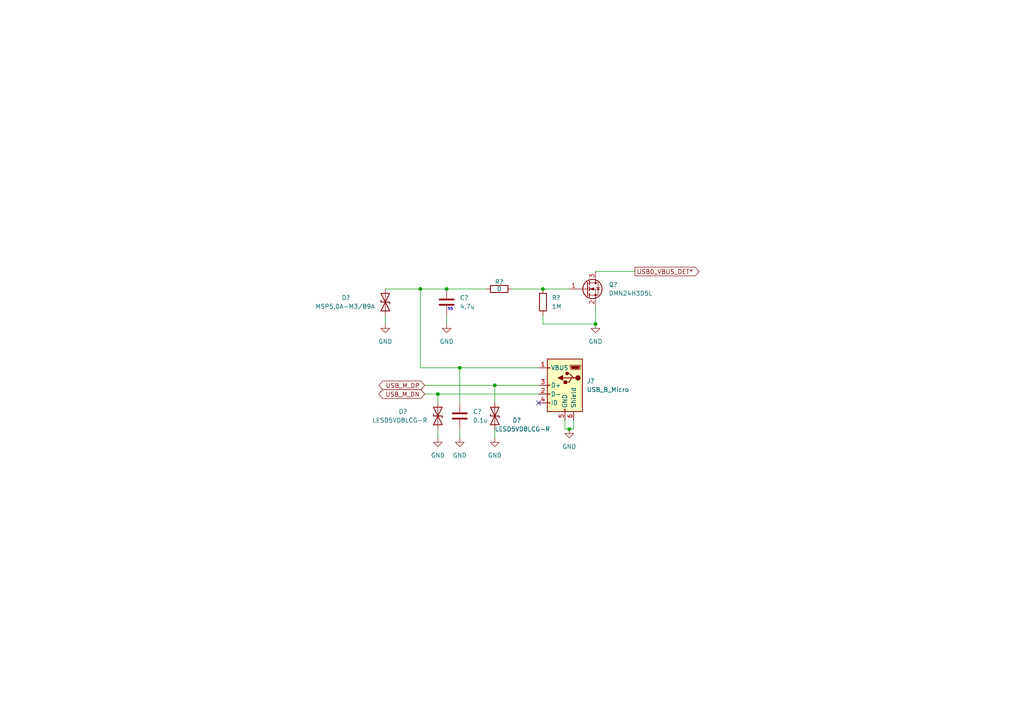
<source format=kicad_sch>
(kicad_sch (version 20211123) (generator eeschema)
  (paper "A4")
  (title_block (title "Micro USB (DEVICE MODE ONLY)") (date "2022-09-18") (rev "1.0"))
  (lib_symbols
    (symbol "Connector:USB_B_Micro" (pin_names (offset 1.016))
      (property "Reference" "J" (at -5.08 11.43 0))
      (property "Value" "USB_B_Micro" (at -5.08 8.89 0))
      (symbol "USB_B_Micro_0_1"
        (rectangle (start -5.08 -7.62) (end 5.08 7.62) (stroke (width 0.254)) (fill (type background)))
        (circle (center -3.81 2.159) (radius 0.635) (stroke (width 0.254)) (fill (type outline)))
        (circle (center -0.635 3.429) (radius 0.381) (stroke (width 0.254)) (fill (type outline)))
        (rectangle (start -0.127 -7.62) (end 0.127 -6.858))
        (polyline (pts (xy -1.905 2.159) (xy 0.635 2.159)) (stroke (width 0.254)))
        (polyline (pts (xy -3.175 2.159) (xy -2.54 2.159) (xy -1.27 3.429) (xy -0.635 3.429)) (stroke (width 0.254)))
        (polyline (pts (xy -2.54 2.159) (xy -1.905 2.159) (xy -1.27 0.889) (xy 0 0.889)) (stroke (width 0.254)))
        (polyline (pts (xy 0.635 2.794) (xy 0.635 1.524) (xy 1.905 2.159) (xy 0.635 2.794)) (stroke (width 0.254)) (fill (type outline)))
        (polyline (pts (xy -4.318 5.588) (xy -1.778 5.588) (xy -2.032 4.826) (xy -4.064 4.826) (xy -4.318 5.588)) (fill (type outline)))
        (polyline (pts (xy -4.699 5.842) (xy -4.699 5.588) (xy -4.445 4.826) (xy -4.445 4.572) (xy -1.651 4.572) (xy -1.651 4.826) (xy -1.397 5.588) (xy -1.397 5.842) (xy -4.699 5.842)))
        (rectangle (start 0.254 1.27) (end -0.508 0.508) (stroke (width 0.254)) (fill (type outline)))
        (rectangle (start 5.08 -5.207) (end 4.318 -4.953))
        (rectangle (start 5.08 -2.667) (end 4.318 -2.413))
        (rectangle (start 5.08 -0.127) (end 4.318 0.127))
        (rectangle (start 5.08 4.953) (end 4.318 5.207))
      )
      (symbol "USB_B_Micro_1_1"
        (pin power_out line (at 7.62 5.08 180) (length 2.54) (name "VBUS") (number "1"))
        (pin bidirectional line (at 7.62 -2.54 180) (length 2.54) (name "D-") (number "2"))
        (pin bidirectional line (at 7.62 0 180) (length 2.54) (name "D+") (number "3"))
        (pin passive line (at 7.62 -5.08 180) (length 2.54) (name "ID") (number "4"))
        (pin power_out line (at 0 -10.16 90) (length 2.54) (name "GND") (number "5"))
        (pin passive line (at -2.54 -10.16 90) (length 2.54) (name "Shield") (number "6"))
      )
    )
    (symbol "Device:C" (pin_numbers hide) (pin_names (offset 0.254))
      (property "Reference" "C" (at 0.635 2.54 0))
      (property "Value" "C" (at 0.635 -2.54 0))
      (symbol "C_0_1"
        (polyline (pts (xy -2.032 -0.762) (xy 2.032 -0.762)) (stroke (width 0.508)))
        (polyline (pts (xy -2.032 0.762) (xy 2.032 0.762)) (stroke (width 0.508)))
      )
      (symbol "C_1_1"
        (pin passive line (at 0 3.81 270) (length 2.794) (name "~") (number "1"))
        (pin passive line (at 0 -3.81 90) (length 2.794) (name "~") (number "2"))
      )
    )
    (symbol "Device:D_TVS" (pin_numbers hide) (pin_names (offset 1.016) hide)
      (property "Reference" "D" (at 0 2.54 0))
      (property "Value" "D_TVS" (at 0 -2.54 0))
      (symbol "D_TVS_0_1"
        (polyline (pts (xy 1.27 0) (xy -1.27 0)))
        (polyline (pts (xy 0.508 1.27) (xy 0 1.27) (xy 0 -1.27) (xy -0.508 -1.27)) (stroke (width 0.254)))
        (polyline (pts (xy -2.54 1.27) (xy -2.54 -1.27) (xy 2.54 1.27) (xy 2.54 -1.27) (xy -2.54 1.27)) (stroke (width 0.254)))
      )
      (symbol "D_TVS_1_1"
        (pin passive line (at -3.81 0 0) (length 2.54) (name "A1") (number "1"))
        (pin passive line (at 3.81 0 180) (length 2.54) (name "A2") (number "2"))
      )
    )
    (symbol "Device:R" (pin_numbers hide) (pin_names (offset 0))
      (property "Reference" "R" (at 2.032 0 90))
      (property "Value" "R" (at 0 0 90))
      (symbol "R_0_1"
        (rectangle (start -1.016 -2.54) (end 1.016 2.54) (stroke (width 0.254)))
      )
      (symbol "R_1_1"
        (pin passive line (at 0 3.81 270) (length 1.27) (name "~") (number "1"))
        (pin passive line (at 0 -3.81 90) (length 1.27) (name "~") (number "2"))
      )
    )
    (symbol "Transistor_FET:DMN24H3D5L" (pin_names hide)
      (property "Reference" "Q" (at 5.08 1.905 0))
      (property "Value" "DMN24H3D5L" (at 5.08 0 0))
      (symbol "DMN24H3D5L_0_1"
        (polyline (pts (xy 0.254 0) (xy -2.54 0)))
        (polyline (pts (xy 0.254 1.905) (xy 0.254 -1.905)) (stroke (width 0.254)))
        (polyline (pts (xy 0.762 -1.27) (xy 0.762 -2.286)) (stroke (width 0.254)))
        (polyline (pts (xy 0.762 0.508) (xy 0.762 -0.508)) (stroke (width 0.254)))
        (polyline (pts (xy 0.762 2.286) (xy 0.762 1.27)) (stroke (width 0.254)))
        (polyline (pts (xy 2.54 2.54) (xy 2.54 1.778)))
        (polyline (pts (xy 2.54 -2.54) (xy 2.54 0) (xy 0.762 0)))
        (polyline (pts (xy 0.762 -1.778) (xy 3.302 -1.778) (xy 3.302 1.778) (xy 0.762 1.778)))
        (polyline (pts (xy 1.016 0) (xy 2.032 0.381) (xy 2.032 -0.381) (xy 1.016 0)) (fill (type outline)))
        (polyline (pts (xy 2.794 0.508) (xy 2.921 0.381) (xy 3.683 0.381) (xy 3.81 0.254)))
        (polyline (pts (xy 3.302 0.381) (xy 2.921 -0.254) (xy 3.683 -0.254) (xy 3.302 0.381)))
        (circle (center 1.651 0) (radius 2.794) (stroke (width 0.254)))
        (circle (center 2.54 -1.778) (radius 0.254) (fill (type outline)))
        (circle (center 2.54 1.778) (radius 0.254) (fill (type outline)))
      )
      (symbol "DMN24H3D5L_1_1"
        (pin input line (at -5.08 0 0) (length 2.54) (name "G") (number "1"))
        (pin passive line (at 2.54 -5.08 90) (length 2.54) (name "S") (number "2"))
        (pin passive line (at 2.54 5.08 270) (length 2.54) (name "D") (number "3"))
      )
    )
    (symbol "power:GND" (power) (pin_names (offset 0))
      (property "Value" "GND" (at 0 -3.81 0))
      (symbol "GND_0_1"
        (polyline (pts (xy 0 0) (xy 0 -1.27) (xy 1.27 -1.27) (xy 0 -2.54) (xy -1.27 -1.27) (xy 0 -1.27)))
      )
      (symbol "GND_1_1"
        (pin power_in line (at 0 0 270) (length 0) hide (name "GND") (number "1"))
      )
    )
  )
  (junction (at 121.92 83.82))
  (junction (at 129.54 83.82))
  (junction (at 143.51 111.76))
  (junction (at 165.1 124.46))
  (junction (at 127 114.3))
  (junction (at 172.72 93.98))
  (junction (at 157.48 83.82))
  (junction (at 133.35 106.68))
  (no_connect (at 156.21 116.84))
  (wire (pts (xy 123.19 111.76) (xy 143.51 111.76)))
  (wire (pts (xy 157.48 91.44) (xy 157.48 93.98)))
  (wire (pts (xy 172.72 88.9) (xy 172.72 93.98)))
  (wire (pts (xy 129.54 91.44) (xy 129.54 93.98)))
  (wire (pts (xy 157.48 93.98) (xy 172.72 93.98)))
  (wire (pts (xy 127 124.46) (xy 127 127)))
  (wire (pts (xy 123.19 114.3) (xy 127 114.3)))
  (wire (pts (xy 165.1 124.46) (xy 163.83 124.46)))
  (wire (pts (xy 133.35 124.46) (xy 133.35 127)))
  (wire (pts (xy 133.35 106.68) (xy 156.21 106.68)))
  (wire (pts (xy 148.59 83.82) (xy 157.48 83.82)))
  (wire (pts (xy 157.48 83.82) (xy 165.1 83.82)))
  (wire (pts (xy 121.92 83.82) (xy 129.54 83.82)))
  (wire (pts (xy 166.37 121.92) (xy 166.37 124.46)))
  (wire (pts (xy 129.54 83.82) (xy 140.97 83.82)))
  (wire (pts (xy 143.51 111.76) (xy 143.51 116.84)))
  (wire (pts (xy 127 114.3) (xy 127 116.84)))
  (wire (pts (xy 127 114.3) (xy 156.21 114.3)))
  (wire (pts (xy 163.83 124.46) (xy 163.83 121.92)))
  (wire (pts (xy 121.92 106.68) (xy 121.92 83.82)))
  (wire (pts (xy 166.37 124.46) (xy 165.1 124.46)))
  (wire (pts (xy 111.76 83.82) (xy 121.92 83.82)))
  (wire (pts (xy 172.72 78.74) (xy 184.15 78.74)))
  (wire (pts (xy 143.51 124.46) (xy 143.51 127)))
  (wire (pts (xy 143.51 111.76) (xy 156.21 111.76)))
  (wire (pts (xy 111.76 91.44) (xy 111.76 93.98)))
  (wire (pts (xy 121.92 106.68) (xy 133.35 106.68)))
  (wire (pts (xy 133.35 106.68) (xy 133.35 116.84)))
  (text "NS" (at 129.794 90.17 0) (effects (font (size 0.75 0.75)) (justify left bottom)))
  (global_label "USB_M_DN" (shape bidirectional) (at 123.19 114.3 180) (property "Intersheet References" "${INTERSHEET_REFS}" (effects hide)))
  (global_label "USB0_VBUS_DET*" (shape output) (at 184.15 78.74 0) (property "Intersheet References" "${INTERSHEET_REFS}" (effects hide)))
  (global_label "USB_M_DP" (shape bidirectional) (at 123.19 111.76 180) (property "Intersheet References" "${INTERSHEET_REFS}" (effects hide)))
  (symbol (lib_id "power:GND") (at 165.1 124.46 0) (unit 1)
    (property "Reference" "#PWR?" (effects hide))
    (property "Value" "GND" (at 165.1 129.54 0))
  )
  (symbol (lib_id "Transistor_FET:DMN24H3D5L") (at 170.18 83.82 0) (unit 1)
    (property "Reference" "Q?" (at 176.53 82.5499 0) (effects (justify left)))
    (property "Value" "DMN24H3D5L" (at 176.53 85.0899 0) (effects (justify left)))
    (property "Footprint" "Package_TO_SOT_SMD:SOT-23" (effects hide))
    (property "Datasheet" "http://www.diodes.com/assets/Datasheets/DMN24H3D5L.pdf" (effects hide))
  )
  (symbol (lib_id "Device:D_TVS") (at 143.51 120.65 90) (unit 1)
    (property "Reference" "D?" (at 148.59 121.92 90) (effects (justify right)))
    (property "Value" "LESD5VD8LCG-R" (at 143.51 124.46 90) (effects (justify right)))
  )
  (symbol (lib_id "Device:D_TVS") (at 111.76 87.63 90) (unit 1)
    (property "Reference" "D?" (at 99.06 86.36 90) (effects (justify right)))
    (property "Value" "MSP5.0A-M3/89A" (at 91.44 88.9 90) (effects (justify right)))
  )
  (symbol (lib_id "Device:C") (at 133.35 120.65 0) (unit 1)
    (property "Reference" "C?" (at 137.16 119.3799 0) (effects (justify left)))
    (property "Value" "0.1u" (at 137.16 121.9199 0) (effects (justify left)))
  )
  (symbol (lib_id "Device:C") (at 129.54 87.63 0) (unit 1)
    (property "Reference" "C?" (at 133.35 86.3599 0) (effects (justify left)))
    (property "Value" "4.7u" (at 133.35 88.8999 0) (effects (justify left)))
  )
  (symbol (lib_id "Device:R") (at 144.78 83.82 90) (unit 1)
    (property "Reference" "R?" (at 144.78 81.788 90))
    (property "Value" "0" (at 144.78 83.82 90))
  )
  (symbol (lib_id "power:GND") (at 133.35 127 0) (unit 1)
    (property "Reference" "#PWR?" (effects hide))
    (property "Value" "GND" (at 133.35 132.08 0))
  )
  (symbol (lib_id "Device:R") (at 157.48 87.63 180) (unit 1)
    (property "Reference" "R?" (at 160.02 86.3599 0) (effects (justify right)))
    (property "Value" "1M" (at 160.02 88.8999 0) (effects (justify right)))
  )
  (symbol (lib_id "power:GND") (at 129.54 93.98 0) (unit 1)
    (property "Reference" "#PWR?" (effects hide))
    (property "Value" "GND" (at 129.54 99.06 0))
  )
  (symbol (lib_id "Device:D_TVS") (at 127 120.65 90) (unit 1)
    (property "Reference" "D?" (at 115.57 119.38 90) (effects (justify right)))
    (property "Value" "LESD5VD8LCG-R" (at 107.95 121.92 90) (effects (justify right)))
  )
  (symbol (lib_id "Connector:USB_B_Micro") (at 163.83 111.76 0) (mirror y) (unit 1)
    (property "Reference" "J?" (at 170.18 110.4899 0) (effects (justify right)))
    (property "Value" "USB_B_Micro" (at 170.18 113.0299 0) (effects (justify right)))
  )
  (symbol (lib_id "power:GND") (at 111.76 93.98 0) (unit 1)
    (property "Reference" "#PWR?" (effects hide))
    (property "Value" "GND" (at 111.76 99.06 0))
  )
  (symbol (lib_id "power:GND") (at 127 127 0) (unit 1)
    (property "Reference" "#PWR?" (effects hide))
    (property "Value" "GND" (at 127 132.08 0))
  )
  (symbol (lib_id "power:GND") (at 172.72 93.98 0) (unit 1)
    (property "Reference" "#PWR?" (effects hide))
    (property "Value" "GND" (at 172.72 99.06 0))
  )
  (symbol (lib_id "power:GND") (at 143.51 127 0) (unit 1)
    (property "Reference" "#PWR?" (effects hide))
    (property "Value" "GND" (at 143.51 132.08 0))
  )
)
</source>
